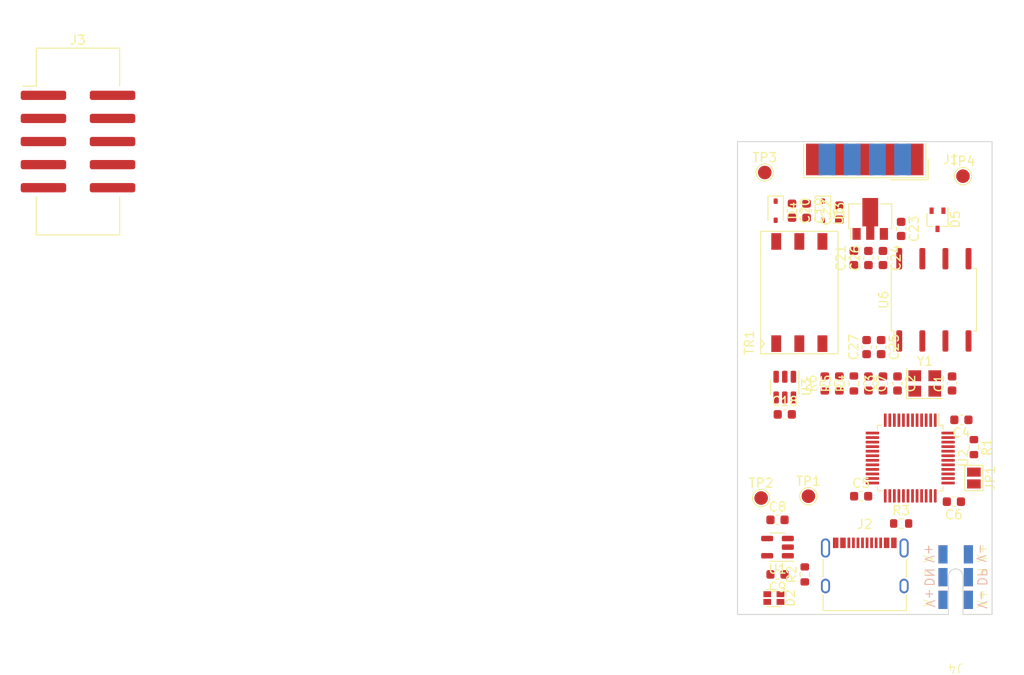
<source format=kicad_pcb>
(kicad_pcb (version 20221018) (generator pcbnew)
  (layers (0 "F.Cu" signal) (31 "B.Cu" signal) (34 "B.Paste" user) (35 "F.Paste" user) (36 "B.SilkS" user "B.Silkscreen") (37 "F.SilkS" user "F.Silkscreen") (38 "B.Mask" user) (39 "F.Mask" user) (44 "Edge.Cuts" user))
  (net 0 "")
  (net 1 "Earth")
  (net 2 "Net-(U2-PF0)")
  (net 3 "Net-(U2-PF1)")
  (net 4 "/nRST")
  (net 5 "VD3V3")
  (net 6 "VBUS")
  (net 7 "+12V")
  (net 8 "GNDA")
  (net 9 "+5VD")
  (net 10 "Net-(D2-RK)")
  (net 11 "Net-(D2-GK)")
  (net 12 "Net-(D2-BK)")
  (net 13 "Net-(D3-A)")
  (net 14 "Net-(D4-A)")
  (net 15 "/CANL")
  (net 16 "/CANH")
  (net 22 "Net-(J2-CC1)")
  (net 23 "/USB_DP")
  (net 24 "/USB_DM")
  (net 26 "Net-(J2-CC2)")
  (net 30 "/SWCLK")
  (net 31 "/SWDIO")
  (net 33 "/BOOT0")
  (net 34 "/LED_TX")
  (net 35 "/LED_RX")
  (net 36 "Net-(U3-D1)")
  (net 37 "Net-(U3-D2)")
  (net 66 "/CAN_RX")
  (net 67 "/CAN_TX")
  (footprint "Package_TO_SOT_SMD:SOT-89-3" (layer "F.Cu") (at 130.6 65.2 90)
    (fp_text reference "U5" (at 0 -3.5 90) (layer "F.SilkS"))
    (fp_text value "AP2204RA-5.0")
    (fp_line (start -2.5 -2.13) (end -1.36 -2.13) (stroke (width 0.12)) (layer "F.SilkS"))
    (fp_line (start -1.36 -2.36) (end -1.36 -2.13) (stroke (width 0.12)) (layer "F.SilkS"))
    (fp_line (start -1.36 -2.36) (end 1.36 -2.36) (stroke (width 0.12)) (layer "F.SilkS"))
    (fp_line (start -1.36 2.36) (end -1.36 2.13) (stroke (width 0.12)) (layer "F.SilkS"))
    (fp_line (start 1.36 -2.36) (end 1.36 -1.05) (stroke (width 0.12)) (layer "F.SilkS"))
    (fp_line (start 1.36 1.05) (end 1.36 2.36) (stroke (width 0.12)) (layer "F.SilkS"))
    (fp_line (start 1.36 2.36) (end -1.36 2.36) (stroke (width 0.12)) (layer "F.SilkS"))
    (pad "1" smd rect (at -1.95 -1.5 90) (size 1.3 0.9) (layers "F.Cu" "F.Paste" "F.Mask") (net 8 "GNDA"))
    (pad "2" smd custom (at -1.8625 0 90) (size 1.475 0.9) (layers "F.Cu" "F.Paste" "F.Mask") (net 7 "+12V") (options (clearance outline) (anchor rect)) (primitives (gr_poly (pts (xy 3.8625 0.8665) (xy 0.7375 0.8665) (xy 0.7375 -0.8665) (xy 3.8625 -0.8665)) (width 0) (fill yes))))
    (pad "3" smd rect (at -1.95 1.5 90) (size 1.3 0.9) (layers "F.Cu" "F.Paste" "F.Mask") (net 9 "+5VD"))
  )
  (footprint "Crystal:Crystal_SMD_3225-4Pin_3.2x2.5mm" (layer "F.Cu") (at 136.6 83.6)
    (fp_text reference "Y1" (at 0 -2.45) (layer "F.SilkS"))
    (fp_text value "16MHz")
    (fp_line (start -2 -1.65) (end -2 1.65) (stroke (width 0.12)) (layer "F.SilkS"))
    (fp_line (start -2 1.65) (end 2 1.65) (stroke (width 0.12)) (layer "F.SilkS"))
    (pad "1" smd rect (at -1.1 0.85) (size 1.4 1.2) (layers "F.Cu" "F.Paste" "F.Mask") (net 3 "Net-(U2-PF1)"))
    (pad "2" smd rect (at 1.1 0.85) (size 1.4 1.2) (layers "F.Cu" "F.Paste" "F.Mask") (net 1 "Earth"))
    (pad "3" smd rect (at 1.1 -0.85) (size 1.4 1.2) (layers "F.Cu" "F.Paste" "F.Mask") (net 2 "Net-(U2-PF0)"))
    (pad "4" smd rect (at -1.1 -0.85) (size 1.4 1.2) (layers "F.Cu" "F.Paste" "F.Mask") (net 1 "Earth"))
  )
  (footprint "Diode_SMD:D_SOD-323" (layer "F.Cu") (at 125.4 64.6 -90)
    (fp_text reference "D3" (at 0 -1.85 90) (layer "F.SilkS"))
    (fp_text value "NSR1020MW2T1G")
    (fp_line (start -1.61 -0.85) (end -1.61 0.85) (stroke (width 0.12)) (layer "F.SilkS"))
    (fp_line (start -1.61 -0.85) (end 1.05 -0.85) (stroke (width 0.12)) (layer "F.SilkS"))
    (fp_line (start -1.61 0.85) (end 1.05 0.85) (stroke (width 0.12)) (layer "F.SilkS"))
    (pad "1" smd roundrect (at -1.05 0 270) (size 0.6 0.45) (layers "F.Cu" "F.Paste" "F.Mask") (net 7 "+12V"))
    (pad "2" smd roundrect (at 1.05 0 270) (size 0.6 0.45) (layers "F.Cu" "F.Paste" "F.Mask") (net 13 "Net-(D3-A)"))
  )
  (footprint "LED_SMD:LED_LiteOn_LTST-C19HE1WT" (layer "F.Cu") (at 120 107.2 -90)
    (fp_text reference "D2" (at 0 -1.8 90) (layer "F.SilkS"))
    (fp_text value "LED_RGBA")
    (fp_line (start -0.95 -0.35) (end -0.95 0.8) (stroke (width 0.12)) (layer "F.SilkS"))
    (fp_line (start 0.95 -0.8) (end 0.95 0.8) (stroke (width 0.12)) (layer "F.SilkS"))
    (pad "1" smd rect (at -0.425 -0.725 270) (size 0.65 0.85) (layers "F.Cu" "F.Paste" "F.Mask") (net 10 "Net-(D2-RK)"))
    (pad "2" smd rect (at 0.425 -0.725 270) (size 0.65 0.85) (layers "F.Cu" "F.Paste" "F.Mask") (net 11 "Net-(D2-GK)"))
    (pad "3" smd rect (at 0.425 0.725 270) (size 0.65 0.85) (layers "F.Cu" "F.Paste" "F.Mask") (net 12 "Net-(D2-BK)"))
    (pad "4" smd rect (at -0.425 0.725 270) (size 0.65 0.85) (layers "F.Cu" "F.Paste" "F.Mask") (net 5 "VD3V3"))
  )
  (footprint "Capacitor_SMD:C_0603_1608Metric" (layer "F.Cu") (at 129.6 96)
    (fp_text reference "C5" (at 0 -1.43) (layer "F.SilkS"))
    (fp_text value "100n")
    (fp_line (start -0.14058 -0.51) (end 0.14058 -0.51) (stroke (width 0.12)) (layer "F.SilkS"))
    (fp_line (start -0.14058 0.51) (end 0.14058 0.51) (stroke (width 0.12)) (layer "F.SilkS"))
    (pad "1" smd roundrect (at -0.775 0) (size 0.9 0.95) (layers "F.Cu" "F.Paste" "F.Mask") (net 1 "Earth"))
    (pad "2" smd roundrect (at 0.775 0) (size 0.9 0.95) (layers "F.Cu" "F.Paste" "F.Mask") (net 5 "VD3V3"))
  )
  (footprint "Package_TO_SOT_SMD:SOT-23-6" (layer "F.Cu") (at 121.2 84 -90)
    (fp_text reference "U3" (at 0 -2.4 90) (layer "F.SilkS"))
    (fp_text value "SN6505BDBV")
    (fp_line (start 0 -1.56) (end -1.8 -1.56) (stroke (width 0.12)) (layer "F.SilkS"))
    (fp_line (start 0 -1.56) (end 0.8 -1.56) (stroke (width 0.12)) (layer "F.SilkS"))
    (fp_line (start 0 1.56) (end -0.8 1.56) (stroke (width 0.12)) (layer "F.SilkS"))
    (fp_line (start 0 1.56) (end 0.8 1.56) (stroke (width 0.12)) (layer "F.SilkS"))
    (pad "1" smd roundrect (at -1.1375 -0.95 270) (size 1.325 0.6) (layers "F.Cu" "F.Paste" "F.Mask") (net 36 "Net-(U3-D1)"))
    (pad "2" smd roundrect (at -1.1375 0 270) (size 1.325 0.6) (layers "F.Cu" "F.Paste" "F.Mask") (net 6 "VBUS"))
    (pad "3" smd roundrect (at -1.1375 0.95 270) (size 1.325 0.6) (layers "F.Cu" "F.Paste" "F.Mask") (net 37 "Net-(U3-D2)"))
    (pad "4" smd roundrect (at 1.1375 0.95 270) (size 1.325 0.6) (layers "F.Cu" "F.Paste" "F.Mask") (net 1 "Earth"))
    (pad "5" smd roundrect (at 1.1375 0 270) (size 1.325 0.6) (layers "F.Cu" "F.Paste" "F.Mask") (net 6 "VBUS"))
    (pad "6" smd roundrect (at 1.1375 -0.95 270) (size 1.325 0.6) (layers "F.Cu" "F.Paste" "F.Mask") (net 1 "Earth"))
  )
  (footprint "Package_QFP:LQFP-48_7x7mm_P0.5mm" (layer "F.Cu") (at 135 91.8 -90)
    (fp_text reference "U2" (at 0 -5.85 90) (layer "F.SilkS"))
    (fp_text value "STM32F072CBT6")
    (fp_line (start -3.61 -3.61) (end -3.61 -3.16) (stroke (width 0.12)) (layer "F.SilkS"))
    (fp_line (start -3.61 -3.16) (end -4.9 -3.16) (stroke (width 0.12)) (layer "F.SilkS"))
    (fp_line (start -3.61 3.61) (end -3.61 3.16) (stroke (width 0.12)) (layer "F.SilkS"))
    (fp_line (start -3.16 -3.61) (end -3.61 -3.61) (stroke (width 0.12)) (layer "F.SilkS"))
    (fp_line (start -3.16 3.61) (end -3.61 3.61) (stroke (width 0.12)) (layer "F.SilkS"))
    (fp_line (start 3.16 -3.61) (end 3.61 -3.61) (stroke (width 0.12)) (layer "F.SilkS"))
    (fp_line (start 3.16 3.61) (end 3.61 3.61) (stroke (width 0.12)) (layer "F.SilkS"))
    (fp_line (start 3.61 -3.61) (end 3.61 -3.16) (stroke (width 0.12)) (layer "F.SilkS"))
    (fp_line (start 3.61 3.61) (end 3.61 3.16) (stroke (width 0.12)) (layer "F.SilkS"))
    (pad "1" smd roundrect (at -4.1625 -2.75 270) (size 1.475 0.3) (layers "F.Cu" "F.Paste" "F.Mask") (net 5 "VD3V3"))
    (pad "2" smd roundrect (at -4.1625 -2.25 270) (size 1.475 0.3) (layers "F.Cu" "F.Paste" "F.Mask"))
    (pad "3" smd roundrect (at -4.1625 -1.75 270) (size 1.475 0.3) (layers "F.Cu" "F.Paste" "F.Mask"))
    (pad "4" smd roundrect (at -4.1625 -1.25 270) (size 1.475 0.3) (layers "F.Cu" "F.Paste" "F.Mask"))
    (pad "5" smd roundrect (at -4.1625 -0.75 270) (size 1.475 0.3) (layers "F.Cu" "F.Paste" "F.Mask") (net 2 "Net-(U2-PF0)"))
    (pad "6" smd roundrect (at -4.1625 -0.25 270) (size 1.475 0.3) (layers "F.Cu" "F.Paste" "F.Mask") (net 3 "Net-(U2-PF1)"))
    (pad "7" smd roundrect (at -4.1625 0.25 270) (size 1.475 0.3) (layers "F.Cu" "F.Paste" "F.Mask") (net 4 "/nRST"))
    (pad "8" smd roundrect (at -4.1625 0.75 270) (size 1.475 0.3) (layers "F.Cu" "F.Paste" "F.Mask") (net 1 "Earth"))
    (pad "9" smd roundrect (at -4.1625 1.25 270) (size 1.475 0.3) (layers "F.Cu" "F.Paste" "F.Mask") (net 5 "VD3V3"))
    (pad "10" smd roundrect (at -4.1625 1.75 270) (size 1.475 0.3) (layers "F.Cu" "F.Paste" "F.Mask") (net 34 "/LED_TX"))
    (pad "11" smd roundrect (at -4.1625 2.25 270) (size 1.475 0.3) (layers "F.Cu" "F.Paste" "F.Mask") (net 35 "/LED_RX"))
    (pad "12" smd roundrect (at -4.1625 2.75 270) (size 1.475 0.3) (layers "F.Cu" "F.Paste" "F.Mask"))
    (pad "13" smd roundrect (at -2.75 4.1625 270) (size 0.3 1.475) (layers "F.Cu" "F.Paste" "F.Mask"))
    (pad "14" smd roundrect (at -2.25 4.1625 270) (size 0.3 1.475) (layers "F.Cu" "F.Paste" "F.Mask"))
    (pad "15" smd roundrect (at -1.75 4.1625 270) (size 0.3 1.475) (layers "F.Cu" "F.Paste" "F.Mask"))
    (pad "16" smd roundrect (at -1.25 4.1625 270) (size 0.3 1.475) (layers "F.Cu" "F.Paste" "F.Mask"))
    (pad "17" smd roundrect (at -0.75 4.1625 270) (size 0.3 1.475) (layers "F.Cu" "F.Paste" "F.Mask"))
    (pad "18" smd roundrect (at -0.25 4.1625 270) (size 0.3 1.475) (layers "F.Cu" "F.Paste" "F.Mask"))
    (pad "19" smd roundrect (at 0.25 4.1625 270) (size 0.3 1.475) (layers "F.Cu" "F.Paste" "F.Mask"))
    (pad "20" smd roundrect (at 0.75 4.1625 270) (size 0.3 1.475) (layers "F.Cu" "F.Paste" "F.Mask"))
    (pad "21" smd roundrect (at 1.25 4.1625 270) (size 0.3 1.475) (layers "F.Cu" "F.Paste" "F.Mask"))
    (pad "22" smd roundrect (at 1.75 4.1625 270) (size 0.3 1.475) (layers "F.Cu" "F.Paste" "F.Mask"))
    (pad "23" smd roundrect (at 2.25 4.1625 270) (size 0.3 1.475) (layers "F.Cu" "F.Paste" "F.Mask") (net 1 "Earth"))
    (pad "24" smd roundrect (at 2.75 4.1625 270) (size 0.3 1.475) (layers "F.Cu" "F.Paste" "F.Mask") (net 5 "VD3V3"))
    (pad "25" smd roundrect (at 4.1625 2.75 270) (size 1.475 0.3) (layers "F.Cu" "F.Paste" "F.Mask"))
    (pad "26" smd roundrect (at 4.1625 2.25 270) (size 1.475 0.3) (layers "F.Cu" "F.Paste" "F.Mask"))
    (pad "27" smd roundrect (at 4.1625 1.75 270) (size 1.475 0.3) (layers "F.Cu" "F.Paste" "F.Mask"))
    (pad "28" smd roundrect (at 4.1625 1.25 270) (size 1.475 0.3) (layers "F.Cu" "F.Paste" "F.Mask"))
    (pad "29" smd roundrect (at 4.1625 0.75 270) (size 1.475 0.3) (layers "F.Cu" "F.Paste" "F.Mask"))
    (pad "30" smd roundrect (at 4.1625 0.25 270) (size 1.475 0.3) (layers "F.Cu" "F.Paste" "F.Mask"))
    (pad "31" smd roundrect (at 4.1625 -0.25 270) (size 1.475 0.3) (layers "F.Cu" "F.Paste" "F.Mask"))
    (pad "32" smd roundrect (at 4.1625 -0.75 270) (size 1.475 0.3) (layers "F.Cu" "F.Paste" "F.Mask") (net 24 "/USB_DM"))
    (pad "33" smd roundrect (at 4.1625 -1.25 270) (size 1.475 0.3) (layers "F.Cu" "F.Paste" "F.Mask") (net 23 "/USB_DP"))
    (pad "34" smd roundrect (at 4.1625 -1.75 270) (size 1.475 0.3) (layers "F.Cu" "F.Paste" "F.Mask") (net 31 "/SWDIO"))
    (pad "35" smd roundrect (at 4.1625 -2.25 270) (size 1.475 0.3) (layers "F.Cu" "F.Paste" "F.Mask") (net 1 "Earth"))
    (pad "36" smd roundrect (at 4.1625 -2.75 270) (size 1.475 0.3) (layers "F.Cu" "F.Paste" "F.Mask") (net 5 "VD3V3"))
    (pad "37" smd roundrect (at 2.75 -4.1625 270) (size 0.3 1.475) (layers "F.Cu" "F.Paste" "F.Mask") (net 30 "/SWCLK"))
    (pad "38" smd roundrect (at 2.25 -4.1625 270) (size 0.3 1.475) (layers "F.Cu" "F.Paste" "F.Mask"))
    (pad "39" smd roundrect (at 1.75 -4.1625 270) (size 0.3 1.475) (layers "F.Cu" "F.Paste" "F.Mask"))
    (pad "40" smd roundrect (at 1.25 -4.1625 270) (size 0.3 1.475) (layers "F.Cu" "F.Paste" "F.Mask"))
    (pad "41" smd roundrect (at 0.75 -4.1625 270) (size 0.3 1.475) (layers "F.Cu" "F.Paste" "F.Mask"))
    (pad "42" smd roundrect (at 0.25 -4.1625 270) (size 0.3 1.475) (layers "F.Cu" "F.Paste" "F.Mask"))
    (pad "43" smd roundrect (at -0.25 -4.1625 270) (size 0.3 1.475) (layers "F.Cu" "F.Paste" "F.Mask"))
    (pad "44" smd roundrect (at -0.75 -4.1625 270) (size 0.3 1.475) (layers "F.Cu" "F.Paste" "F.Mask") (net 33 "/BOOT0"))
    (pad "45" smd roundrect (at -1.25 -4.1625 270) (size 0.3 1.475) (layers "F.Cu" "F.Paste" "F.Mask") (net 66 "/CAN_RX"))
    (pad "46" smd roundrect (at -1.75 -4.1625 270) (size 0.3 1.475) (layers "F.Cu" "F.Paste" "F.Mask") (net 67 "/CAN_TX"))
    (pad "47" smd roundrect (at -2.25 -4.1625 270) (size 0.3 1.475) (layers "F.Cu" "F.Paste" "F.Mask") (net 1 "Earth"))
    (pad "48" smd roundrect (at -2.75 -4.1625 270) (size 0.3 1.475) (layers "F.Cu" "F.Paste" "F.Mask") (net 5 "VD3V3"))
  )
  (footprint "Capacitor_SMD:C_0603_1608Metric" (layer "F.Cu") (at 134 66.6 -90)
    (fp_text reference "C23" (at 0 -1.43 90) (layer "F.SilkS"))
    (fp_text value "1u")
    (fp_line (start -0.14058 -0.51) (end 0.14058 -0.51) (stroke (width 0.12)) (layer "F.SilkS"))
    (fp_line (start -0.14058 0.51) (end 0.14058 0.51) (stroke (width 0.12)) (layer "F.SilkS"))
    (pad "1" smd roundrect (at -0.775 0 270) (size 0.9 0.95) (layers "F.Cu" "F.Paste" "F.Mask") (net 8 "GNDA"))
    (pad "2" smd roundrect (at 0.775 0 270) (size 0.9 0.95) (layers "F.Cu" "F.Paste" "F.Mask") (net 9 "+5VD"))
  )
  (footprint "Capacitor_SMD:C_0603_1608Metric" (layer "F.Cu") (at 128.8 69.8 90)
    (fp_text reference "C21" (at 0 -1.43 90) (layer "F.SilkS"))
    (fp_text value "1u")
    (fp_line (start -0.14058 -0.51) (end 0.14058 -0.51) (stroke (width 0.12)) (layer "F.SilkS"))
    (fp_line (start -0.14058 0.51) (end 0.14058 0.51) (stroke (width 0.12)) (layer "F.SilkS"))
    (pad "1" smd roundrect (at -0.775 0 90) (size 0.9 0.95) (layers "F.Cu" "F.Paste" "F.Mask") (net 8 "GNDA"))
    (pad "2" smd roundrect (at 0.775 0 90) (size 0.9 0.95) (layers "F.Cu" "F.Paste" "F.Mask") (net 9 "+5VD"))
  )
  (footprint "Capacitor_SMD:C_0603_1608Metric" (layer "F.Cu") (at 130.4 83.6 -90)
    (fp_text reference "C7" (at 0 -1.43 90) (layer "F.SilkS"))
    (fp_text value "100n")
    (fp_line (start -0.14058 -0.51) (end 0.14058 -0.51) (stroke (width 0.12)) (layer "F.SilkS"))
    (fp_line (start -0.14058 0.51) (end 0.14058 0.51) (stroke (width 0.12)) (layer "F.SilkS"))
    (pad "1" smd roundrect (at -0.775 0 270) (size 0.9 0.95) (layers "F.Cu" "F.Paste" "F.Mask") (net 1 "Earth"))
    (pad "2" smd roundrect (at 0.775 0 270) (size 0.9 0.95) (layers "F.Cu" "F.Paste" "F.Mask") (net 5 "VD3V3"))
  )
  (footprint "Capacitor_SMD:C_0603_1608Metric" (layer "F.Cu") (at 132 83.6 90)
    (fp_text reference "C3" (at 0 -1.43 90) (layer "F.SilkS"))
    (fp_text value "100n")
    (fp_line (start -0.14058 -0.51) (end 0.14058 -0.51) (stroke (width 0.12)) (layer "F.SilkS"))
    (fp_line (start -0.14058 0.51) (end 0.14058 0.51) (stroke (width 0.12)) (layer "F.SilkS"))
    (pad "1" smd roundrect (at -0.775 0 90) (size 0.9 0.95) (layers "F.Cu" "F.Paste" "F.Mask") (net 4 "/nRST"))
    (pad "2" smd roundrect (at 0.775 0 90) (size 0.9 0.95) (layers "F.Cu" "F.Paste" "F.Mask") (net 1 "Earth"))
  )
  (footprint "Capacitor_SMD:C_0603_1608Metric" (layer "F.Cu") (at 131.8 79.6 -90)
    (fp_text reference "C25" (at 0 -1.43 90) (layer "F.SilkS"))
    (fp_text value "100n")
    (fp_line (start -0.14058 -0.51) (end 0.14058 -0.51) (stroke (width 0.12)) (layer "F.SilkS"))
    (fp_line (start -0.14058 0.51) (end 0.14058 0.51) (stroke (width 0.12)) (layer "F.SilkS"))
    (pad "1" smd roundrect (at -0.775 0 270) (size 0.9 0.95) (layers "F.Cu" "F.Paste" "F.Mask") (net 5 "VD3V3"))
    (pad "2" smd roundrect (at 0.775 0 270) (size 0.9 0.95) (layers "F.Cu" "F.Paste" "F.Mask") (net 1 "Earth"))
  )
  (footprint "Capacitor_SMD:C_0603_1608Metric" (layer "F.Cu") (at 130.4 69.8 90)
    (fp_text reference "C26" (at 0 -1.43 90) (layer "F.SilkS"))
    (fp_text value "1u")
    (fp_line (start -0.14058 -0.51) (end 0.14058 -0.51) (stroke (width 0.12)) (layer "F.SilkS"))
    (fp_line (start -0.14058 0.51) (end 0.14058 0.51) (stroke (width 0.12)) (layer "F.SilkS"))
    (pad "1" smd roundrect (at -0.775 0 90) (size 0.9 0.95) (layers "F.Cu" "F.Paste" "F.Mask") (net 8 "GNDA"))
    (pad "2" smd roundrect (at 0.775 0 90) (size 0.9 0.95) (layers "F.Cu" "F.Paste" "F.Mask") (net 9 "+5VD"))
  )
  (footprint "Capacitor_SMD:C_0603_1608Metric" (layer "F.Cu") (at 127.2 64.8 90)
    (fp_text reference "C22" (at 0 -1.43 90) (layer "F.SilkS"))
    (fp_text value "1u")
    (fp_line (start -0.14058 -0.51) (end 0.14058 -0.51) (stroke (width 0.12)) (layer "F.SilkS"))
    (fp_line (start -0.14058 0.51) (end 0.14058 0.51) (stroke (width 0.12)) (layer "F.SilkS"))
    (pad "1" smd roundrect (at -0.775 0 90) (size 0.9 0.95) (layers "F.Cu" "F.Paste" "F.Mask") (net 8 "GNDA"))
    (pad "2" smd roundrect (at 0.775 0 90) (size 0.9 0.95) (layers "F.Cu" "F.Paste" "F.Mask") (net 7 "+12V"))
  )
  (footprint "0_terry:USB_snowflake" (layer "F.Cu") (at 140 108.9 180)
    (fp_text reference "J4" (at 0 -6 180 unlocked) (layer "F.SilkS") (effects (font (thickness 0.1))))
    (fp_text value "Conn_01x04_Socket")
    (fp_text user "DN" (at 3.5 2.9 270 unlocked) (layer "B.SilkS") (effects (font (thickness 0.1)) (justify left bottom mirror)))
    (fp_text user "V-" (at -2.2 5.55 270 unlocked) (layer "B.SilkS") (effects (font (thickness 0.1)) (justify left bottom mirror)))
    (fp_text user "DP" (at -2.3 2.95 270 unlocked) (layer "B.SilkS") (effects (font (thickness 0.1)) (justify left bottom mirror)))
    (fp_text user "V+" (at 3.5 5.5 270 unlocked) (layer "B.SilkS") (effects (font (thickness 0.1)) (justify left bottom mirror)))
    (fp_text user "V-" (at -2.3 0.45 270 unlocked) (layer "B.SilkS") (effects (font (thickness 0.1)) (justify left bottom mirror)))
    (fp_text user "V+" (at 3.4 0.6 270 unlocked) (layer "B.SilkS") (effects (font (thickness 0.1)) (justify left bottom mirror)))
    (fp_text user "V+" (at -3.5 0.55 90 unlocked) (layer "F.SilkS") (effects (font (thickness 0.1)) (justify left bottom)))
    (fp_text user "V-" (at 2.4 5.5 90 unlocked) (layer "F.SilkS") (effects (font (thickness 0.1)) (justify left bottom)))
    (fp_text user "V-" (at 2.4 0.65 90 unlocked) (layer "F.SilkS") (effects (font (thickness 0.1)) (justify left bottom)))
    (fp_text user "DN" (at -3.55 2.95 90 unlocked) (layer "F.SilkS") (effects (font (thickness 0.1)) (justify left bottom)))
    (fp_text user "V+" (at -3.5 5.55 90 unlocked) (layer "F.SilkS") (effects (font (thickness 0.1)) (justify left bottom)))
    (fp_text user "DP" (at 2.25 2.9 90 unlocked) (layer "F.SilkS") (effects (font (thickness 0.1)) (justify left bottom)))
    (pad "1" smd rect (at -1.4 1.5 180) (size 1 2) (layers "F.Cu" "F.Mask") (net 6 "VBUS"))
    (pad "1" smd rect (at -1.4 6.5 180) (size 1 2) (layers "F.Cu" "F.Mask") (net 6 "VBUS"))
    (pad "1" smd rect (at 1.4 1.5 180) (size 1 2) (layers "B.Cu" "B.Mask") (net 6 "VBUS"))
    (pad "1" smd rect (at 1.4 6.5 180) (size 1 2) (layers "B.Cu" "B.Mask") (net 6 "VBUS"))
    (pad "2" smd rect (at -1.4 4 180) (size 1 2) (layers "F.Cu" "F.Mask") (net 24 "/USB_DM"))
    (pad "2" smd rect (at 1.4 4 180) (size 1 2) (layers "B.Cu" "B.Mask") (net 24 "/USB_DM"))
    (pad "3" smd rect (at -1.4 4 180) (size 1 2) (layers "B.Cu" "B.Mask") (net 23 "/USB_DP"))
    (pad "3" smd rect (at 1.4 4 180) (size 1 2) (layers "F.Cu" "F.Mask") (net 23 "/USB_DP"))
    (pad "4" smd rect (at -1.4 1.5 180) (size 1 2) (layers "B.Cu" "B.Mask") (net 1 "Earth"))
    (pad "4" smd rect (at -1.4 6.5 180) (size 1 2) (layers "B.Cu" "B.Mask") (net 1 "Earth"))
    (pad "4" smd rect (at 1.4 1.5 180) (size 1 2) (layers "F.Cu" "F.Mask") (net 1 "Earth"))
    (pad "4" smd rect (at 1.4 6.5 180) (size 1 2) (layers "F.Cu" "F.Mask") (net 1 "Earth"))
  )
  (footprint "Resistor_SMD:R_0603_1608Metric" (layer "F.Cu") (at 128.8 83.6 90)
    (fp_text reference "R4" (at 0 -1.43 90) (layer "F.SilkS"))
    (fp_text value "121")
    (fp_line (start -0.237258 -0.5225) (end 0.237258 -0.5225) (stroke (width 0.12)) (layer "F.SilkS"))
    (fp_line (start -0.237258 0.5225) (end 0.237258 0.5225) (stroke (width 0.12)) (layer "F.SilkS"))
    (pad "1" smd roundrect (at -0.825 0 90) (size 0.8 0.95) (layers "F.Cu" "F.Paste" "F.Mask") (net 34 "/LED_TX"))
    (pad "2" smd roundrect (at 0.825 0 90) (size 0.8 0.95) (layers "F.Cu" "F.Paste" "F.Mask") (net 10 "Net-(D2-RK)"))
  )
  (footprint "Capacitor_SMD:C_0603_1608Metric" (layer "F.Cu") (at 139.6 83.6 90)
    (fp_text reference "C1" (at 0 -1.43 90) (layer "F.SilkS"))
    (fp_text value "8p")
    (fp_line (start -0.14058 -0.51) (end 0.14058 -0.51) (stroke (width 0.12)) (layer "F.SilkS"))
    (fp_line (start -0.14058 0.51) (end 0.14058 0.51) (stroke (width 0.12)) (layer "F.SilkS"))
    (pad "1" smd roundrect (at -0.775 0 90) (size 0.9 0.95) (layers "F.Cu" "F.Paste" "F.Mask") (net 1 "Earth"))
    (pad "2" smd roundrect (at 0.775 0 90) (size 0.9 0.95) (layers "F.Cu" "F.Paste" "F.Mask") (net 2 "Net-(U2-PF0)"))
  )
  (footprint "Transformer_SMD:Transformer_Wuerth_750315371" (layer "F.Cu") (at 122.8 73.6 90)
    (fp_text reference "TR1" (at -5.5 -5.5 90) (layer "F.SilkS"))
    (fp_text value "Wuerth_750316819")
    (fp_line (start -6.735 -4.25) (end 6.735 -4.25) (stroke (width 0.12)) (layer "F.SilkS"))
    (fp_line (start -6.735 4.25) (end -6.735 -4.25) (stroke (width 0.12)) (layer "F.SilkS"))
    (fp_line (start -6.12 -4.25) (end -5.62 -3.85) (stroke (width 0.12)) (layer "F.SilkS"))
    (fp_line (start -5.62 -3.85) (end -5.12 -4.25) (stroke (width 0.12)) (layer "F.SilkS"))
    (fp_line (start 6.735 -4.25) (end 6.735 4.25) (stroke (width 0.12)) (layer "F.SilkS"))
    (fp_line (start 6.735 4.25) (end -6.735 4.25) (stroke (width 0.12)) (layer "F.SilkS"))
    (pad "1" smd rect (at -5.62 -2.54 90) (size 1.83 1.09) (layers "F.Cu" "F.Paste" "F.Mask") (net 37 "Net-(U3-D2)"))
    (pad "2" smd roundrect (at -5.62 0 90) (size 1.83 1.09) (layers "F.Cu" "F.Paste" "F.Mask") (roundrect_rratio 0.05) (net 6 "VBUS"))
    (pad "3" smd roundrect (at -5.62 2.54 90) (size 1.83 1.09) (layers "F.Cu" "F.Paste" "F.Mask") (roundrect_rratio 0.05) (net 36 "Net-(U3-D1)"))
    (pad "4" smd roundrect (at 5.62 2.54 90) (size 1.83 1.09) (layers "F.Cu" "F.Paste" "F.Mask") (roundrect_rratio 0.05) (net 13 "Net-(D3-A)"))
    (pad "5" smd roundrect (at 5.62 0 90) (size 1.83 1.09) (layers "F.Cu" "F.Paste" "F.Mask") (roundrect_rratio 0.05) (net 8 "GNDA"))
    (pad "6" smd roundrect (at 5.62 -2.54 90) (size 1.83 1.09) (layers "F.Cu" "F.Paste" "F.Mask") (roundrect_rratio 0.05) (net 14 "Net-(D4-A)"))
  )
  (footprint "Resistor_SMD:R_0603_1608Metric" (layer "F.Cu") (at 125.6 83.6 90)
    (fp_text reference "R6" (at 0 -1.43 90) (layer "F.SilkS"))
    (fp_text value "121")
    (fp_line (start -0.237258 -0.5225) (end 0.237258 -0.5225) (stroke (width 0.12)) (layer "F.SilkS"))
    (fp_line (start -0.237258 0.5225) (end 0.237258 0.5225) (stroke (width 0.12)) (layer "F.SilkS"))
    (pad "1" smd roundrect (at -0.825 0 90) (size 0.8 0.95) (layers "F.Cu" "F.Paste" "F.Mask") (net 1 "Earth"))
    (pad "2" smd roundrect (at 0.825 0 90) (size 0.8 0.95) (layers "F.Cu" "F.Paste" "F.Mask") (net 12 "Net-(D2-BK)"))
  )
  (footprint "Connector_Dsub:DSUB-9_Male_EdgeMount_P2.77mm" (layer "F.Cu") (at 130 58.9625 180)
    (fp_text reference "J1" (at -9.463333 0) (layer "F.SilkS"))
    (fp_text value "DE9_Receptacle")
    (fp_line (start -6.963333 -2.24) (end -2.77 -2.24) (stroke (width 0.12)) (layer "F.SilkS"))
    (fp_line (start -6.963333 0) (end -6.963333 -2.24) (stroke (width 0.12)) (layer "F.SilkS"))
    (fp_line (start -6.723333 -2) (end -6.723333 1.74) (stroke (width 0.12)) (layer "F.SilkS"))
    (fp_line (start 6.723333 -2) (end -6.723333 -2) (stroke (width 0.12)) (layer "F.SilkS"))
    (fp_line (start 6.723333 1.74) (end 6.723333 -2) (stroke (width 0.12)) (layer "F.SilkS"))
    (pad "1" smd rect (at -5.54 0 180) (size 1.846667 3.48) (layers "F.Cu" "F.Paste" "F.Mask"))
    (pad "2" smd rect (at -2.77 0 180) (size 1.846667 3.48) (layers "F.Cu" "F.Paste" "F.Mask") (net 15 "/CANL"))
    (pad "3" smd rect (at 0 0 180) (size 1.846667 3.48) (layers "F.Cu" "F.Paste" "F.Mask") (net 8 "GNDA"))
    (pad "4" smd rect (at 2.77 0 180) (size 1.846667 3.48) (layers "F.Cu" "F.Paste" "F.Mask"))
    (pad "5" smd rect (at 5.54 0 180) (size 1.846667 3.48) (layers "F.Cu" "F.Paste" "F.Mask"))
    (pad "6" smd rect (at -4.155 0 180) (size 1.846667 3.48) (layers "B.Cu" "B.Paste" "B.Mask"))
    (pad "7" smd rect (at -1.385 0 180) (size 1.846667 3.48) (layers "B.Cu" "B.Paste" "B.Mask") (net 16 "/CANH"))
    (pad "8" smd rect (at 1.385 0 180) (size 1.846667 3.48) (layers "B.Cu" "B.Paste" "B.Mask"))
    (pad "9" smd rect (at 4.155 0 180) (size 1.846667 3.48) (layers "B.Cu" "B.Paste" "B.Mask") (net 7 "+12V"))
  )
  (footprint "Capacitor_SMD:C_0603_1608Metric" (layer "F.Cu") (at 133.6 83.6 -90)
    (fp_text reference "C2" (at 0 -1.43 90) (layer "F.SilkS"))
    (fp_text value "8p")
    (fp_line (start -0.14058 -0.51) (end 0.14058 -0.51) (stroke (width 0.12)) (layer "F.SilkS"))
    (fp_line (start -0.14058 0.51) (end 0.14058 0.51) (stroke (width 0.12)) (layer "F.SilkS"))
    (pad "1" smd roundrect (at -0.775 0 270) (size 0.9 0.95) (layers "F.Cu" "F.Paste" "F.Mask") (net 1 "Earth"))
    (pad "2" smd roundrect (at 0.775 0 270) (size 0.9 0.95) (layers "F.Cu" "F.Paste" "F.Mask") (net 3 "Net-(U2-PF1)"))
  )
  (footprint "TestPoint:TestPoint_Pad_D1.5mm" (layer "F.Cu") (at 118.6 96.2)
    (fp_text reference "TP2" (at 0 -1.648) (layer "F.SilkS"))
    (fp_text value "TestPoint")
    (fp_circle (center 0 0) (end 0 0.95) (stroke (width 0.12)) (fill none) (layer "F.SilkS"))
    (pad "1" smd circle (at 0 0) (size 1.5 1.5) (layers "F.Cu" "F.Mask") (net 5 "VD3V3"))
  )
  (footprint "Capacitor_SMD:C_0603_1608Metric" (layer "F.Cu") (at 123.6 64.6 -90)
    (fp_text reference "C19" (at 0 -1.43 90) (layer "F.SilkS"))
    (fp_text value "10u")
    (fp_line (start -0.14058 -0.51) (end 0.14058 -0.51) (stroke (width 0.12)) (layer "F.SilkS"))
    (fp_line (start -0.14058 0.51) (end 0.14058 0.51) (stroke (width 0.12)) (layer "F.SilkS"))
    (pad "1" smd roundrect (at -0.775 0 270) (size 0.9 0.95) (layers "F.Cu" "F.Paste" "F.Mask") (net 7 "+12V"))
    (pad "2" smd roundrect (at 0.775 0 270) (size 0.9 0.95) (layers "F.Cu" "F.Paste" "F.Mask") (net 8 "GNDA"))
  )
  (footprint "Capacitor_SMD:C_0603_1608Metric" (layer "F.Cu") (at 120.4 98.6)
    (fp_text reference "C8" (at 0 -1.43) (layer "F.SilkS"))
    (fp_text value "1u")
    (fp_line (start -0.14058 -0.51) (end 0.14058 -0.51) (stroke (width 0.12)) (layer "F.SilkS"))
    (fp_line (start -0.14058 0.51) (end 0.14058 0.51) (stroke (width 0.12)) (layer "F.SilkS"))
    (pad "1" smd roundrect (at -0.775 0) (size 0.9 0.95) (layers "F.Cu" "F.Paste" "F.Mask") (net 1 "Earth"))
    (pad "2" smd roundrect (at 0.775 0) (size 0.9 0.95) (layers "F.Cu" "F.Paste" "F.Mask") (net 6 "VBUS"))
  )
  (footprint "Resistor_SMD:R_0603_1608Metric" (layer "F.Cu") (at 127.2 83.6 90)
    (fp_text reference "R5" (at 0 -1.43 90) (layer "F.SilkS"))
    (fp_text value "121")
    (fp_line (start -0.237258 -0.5225) (end 0.237258 -0.5225) (stroke (width 0.12)) (layer "F.SilkS"))
    (fp_line (start -0.237258 0.5225) (end 0.237258 0.5225) (stroke (width 0.12)) (layer "F.SilkS"))
    (pad "1" smd roundrect (at -0.825 0 90) (size 0.8 0.95) (layers "F.Cu" "F.Paste" "F.Mask") (net 35 "/LED_RX"))
    (pad "2" smd roundrect (at 0.825 0 90) (size 0.8 0.95) (layers "F.Cu" "F.Paste" "F.Mask") (net 11 "Net-(D2-GK)"))
  )
  (footprint "TestPoint:TestPoint_Pad_D1.5mm" (layer "F.Cu") (at 119 60.4)
    (fp_text reference "TP3" (at 0 -1.648) (layer "F.SilkS"))
    (fp_text value "TestPoint")
    (fp_circle (center 0 0) (end 0 0.95) (stroke (width 0.12)) (fill none) (layer "F.SilkS"))
    (pad "1" smd circle (at 0 0) (size 1.5 1.5) (layers "F.Cu" "F.Mask") (net 7 "+12V"))
  )
  (footprint "Resistor_SMD:R_0603_1608Metric" (layer "F.Cu") (at 123.4 104.6 90)
    (fp_text reference "R2" (at 0 -1.43 90) (layer "F.SilkS"))
    (fp_text value "5.1k")
    (fp_line (start -0.237258 -0.5225) (end 0.237258 -0.5225) (stroke (width 0.12)) (layer "F.SilkS"))
    (fp_line (start -0.237258 0.5225) (end 0.237258 0.5225) (stroke (width 0.12)) (layer "F.SilkS"))
    (pad "1" smd roundrect (at -0.825 0 90) (size 0.8 0.95) (layers "F.Cu" "F.Paste" "F.Mask") (net 22 "Net-(J2-CC1)"))
    (pad "2" smd roundrect (at 0.825 0 90) (size 0.8 0.95) (layers "F.Cu" "F.Paste" "F.Mask") (net 1 "Earth"))
  )
  (footprint "TestPoint:TestPoint_Pad_D1.5mm" (layer "F.Cu") (at 140.8 60.8)
    (fp_text reference "TP4" (at 0 -1.648) (layer "F.SilkS"))
    (fp_text value "TestPoint")
    (fp_circle (center 0 0) (end 0 0.95) (stroke (width 0.12)) (fill none) (layer "F.SilkS"))
    (pad "1" smd circle (at 0 0) (size 1.5 1.5) (layers "F.Cu" "F.Mask") (net 9 "+5VD"))
  )
  (footprint "Capacitor_SMD:C_0603_1608Metric" (layer "F.Cu") (at 121.2 87)
    (fp_text reference "C18" (at 0 -1.43) (layer "F.SilkS"))
    (fp_text value "10u")
    (fp_line (start -0.14058 -0.51) (end 0.14058 -0.51) (stroke (width 0.12)) (layer "F.SilkS"))
    (fp_line (start -0.14058 0.51) (end 0.14058 0.51) (stroke (width 0.12)) (layer "F.SilkS"))
    (pad "1" smd roundrect (at -0.775 0) (size 0.9 0.95) (layers "F.Cu" "F.Paste" "F.Mask") (net 6 "VBUS"))
    (pad "2" smd roundrect (at 0.775 0) (size 0.9 0.95) (layers "F.Cu" "F.Paste" "F.Mask") (net 1 "Earth"))
  )
  (footprint "Diode_SMD:D_SOD-323" (layer "F.Cu") (at 120.2 64.6 -90)
    (fp_text reference "D4" (at 0 -1.85 90) (layer "F.SilkS"))
    (fp_text value "NSR1020MW2T1G")
    (fp_line (start -1.61 -0.85) (end -1.61 0.85) (stroke (width 0.12)) (layer "F.SilkS"))
    (fp_line (start -1.61 -0.85) (end 1.05 -0.85) (stroke (width 0.12)) (layer "F.SilkS"))
    (fp_line (start -1.61 0.85) (end 1.05 0.85) (stroke (width 0.12)) (layer "F.SilkS"))
    (pad "1" smd roundrect (at -1.05 0 270) (size 0.6 0.45) (layers "F.Cu" "F.Paste" "F.Mask") (net 7 "+12V"))
    (pad "2" smd roundrect (at 1.05 0 270) (size 0.6 0.45) (layers "F.Cu" "F.Paste" "F.Mask") (net 14 "Net-(D4-A)"))
  )
  (footprint "Resistor_SMD:R_0603_1608Metric" (layer "F.Cu") (at 134 99)
    (fp_text reference "R3" (at 0 -1.43) (layer "F.SilkS"))
    (fp_text value "5.1k")
    (fp_line (start -0.237258 -0.5225) (end 0.237258 -0.5225) (stroke (width 0.12)) (layer "F.SilkS"))
    (fp_line (start -0.237258 0.5225) (end 0.237258 0.5225) (stroke (width 0.12)) (layer "F.SilkS"))
    (pad "1" smd roundrect (at -0.825 0) (size 0.8 0.95) (layers "F.Cu" "F.Paste" "F.Mask") (net 26 "Net-(J2-CC2)"))
    (pad "2" smd roundrect (at 0.825 0) (size 0.8 0.95) (layers "F.Cu" "F.Paste" "F.Mask") (net 1 "Earth"))
  )
  (footprint "Resistor_SMD:R_0603_1608Metric" (layer "F.Cu") (at 142 90.6 -90)
    (fp_text reference "R1" (at 0 -1.43 90) (layer "F.SilkS"))
    (fp_text value "10k")
    (fp_line (start -0.237258 -0.5225) (end 0.237258 -0.5225) (stroke (width 0.12)) (layer "F.SilkS"))
    (fp_line (start -0.237258 0.5225) (end 0.237258 0.5225) (stroke (width 0.12)) (layer "F.SilkS"))
    (pad "1" smd roundrect (at -0.825 0 270) (size 0.8 0.95) (layers "F.Cu" "F.Paste" "F.Mask") (net 1 "Earth"))
    (pad "2" smd roundrect (at 0.825 0 270) (size 0.8 0.95) (layers "F.Cu" "F.Paste" "F.Mask") (net 33 "/BOOT0"))
  )
  (footprint "Capacitor_SMD:C_0603_1608Metric" (layer "F.Cu") (at 120.4 104.6 180)
    (fp_text reference "C9" (at 0 -1.43) (layer "F.SilkS"))
    (fp_text value "1u")
    (fp_line (start -0.14058 -0.51) (end 0.14058 -0.51) (stroke (width 0.12)) (layer "F.SilkS"))
    (fp_line (start -0.14058 0.51) (end 0.14058 0.51) (stroke (width 0.12)) (layer "F.SilkS"))
    (pad "1" smd roundrect (at -0.775 0 180) (size 0.9 0.95) (layers "F.Cu" "F.Paste" "F.Mask") (net 1 "Earth"))
    (pad "2" smd roundrect (at 0.775 0 180) (size 0.9 0.95) (layers "F.Cu" "F.Paste" "F.Mask") (net 5 "VD3V3"))
  )
  (footprint "Capacitor_SMD:C_0603_1608Metric" (layer "F.Cu") (at 132 69.8 -90)
    (fp_text reference "C24" (at 0 -1.43 90) (layer "F.SilkS"))
    (fp_text value "100n")
    (fp_line (start -0.14058 -0.51) (end 0.14058 -0.51) (stroke (width 0.12)) (layer "F.SilkS"))
    (fp_line (start -0.14058 0.51) (end 0.14058 0.51) (stroke (width 0.12)) (layer "F.SilkS"))
    (pad "1" smd roundrect (at -0.775 0 270) (size 0.9 0.95) (layers "F.Cu" "F.Paste" "F.Mask") (net 9 "+5VD"))
    (pad "2" smd roundrect (at 0.775 0 270) (size 0.9 0.95) (layers "F.Cu" "F.Paste" "F.Mask") (net 8 "GNDA"))
  )
  (footprint "Connector_USB:USB_C_Receptacle_XKB_U262-16XN-4BVC11" (layer "F.Cu") (at 130 104.8)
    (fp_text reference "J2" (at 0 -5.715) (layer "F.SilkS"))
    (fp_text value "USB_C_Receptacle_USB2.0")
    (fp_line (start -4.58 -1.85) (end -4.58 0.07) (stroke (width 0.12)) (layer "F.SilkS"))
    (fp_line (start -4.58 3.785) (end -4.58 2.08) (stroke (width 0.12)) (layer "F.SilkS"))
    (fp_line (start 4.58 0.07) (end 4.58 -1.85) (stroke (width 0.12)) (layer "F.SilkS"))
    (fp_line (start 4.58 2.08) (end 4.58 3.785) (stroke (width 0.12)) (layer "F.SilkS"))
    (fp_line (start 4.58 3.785) (end -4.58 3.785) (stroke (width 0.12)) (layer "F.SilkS"))
    (pad "" np_thru_hole circle (at -2.89 -2.605) (size 0.65 0.65) (drill 0.65) (layers "*.Cu" "*.Mask"))
    (pad "" np_thru_hole circle (at 2.89 -2.605) (size 0.65 0.65) (drill 0.65) (layers "*.Cu" "*.Mask"))
    (pad "A1" smd rect (at -3.35 -3.67) (size 0.3 1.15) (layers "F.Cu" "F.Paste" "F.Mask") (net 1 "Earth"))
    (pad "A4" smd rect (at -2.55 -3.67) (size 0.3 1.15) (layers "F.Cu" "F.Paste" "F.Mask") (net 6 "VBUS"))
    (pad "A5" smd rect (at -1.25 -3.67) (size 0.3 1.15) (layers "F.Cu" "F.Paste" "F.Mask") (net 22 "Net-(J2-CC1)"))
    (pad "A6" smd rect (at -0.25 -3.67) (size 0.3 1.15) (layers "F.Cu" "F.Paste" "F.Mask") (net 23 "/USB_DP"))
    (pad "A7" smd rect (at 0.25 -3.67) (size 0.3 1.15) (layers "F.Cu" "F.Paste" "F.Mask") (net 24 "/USB_DM"))
    (pad "A8" smd rect (at 1.25 -3.67) (size 0.3 1.15) (layers "F.Cu" "F.Paste" "F.Mask"))
    (pad "A9" smd rect (at 2.55 -3.67) (size 0.3 1.15) (layers "F.Cu" "F.Paste" "F.Mask") (net 6 "VBUS"))
    (pad "A12" smd rect (at 3.35 -3.67) (size 0.3 1.15) (layers "F.Cu" "F.Paste" "F.Mask") (net 1 "Earth"))
    (pad "B1" smd rect (at 3.05 -3.67) (size 0.3 1.15) (layers "F.Cu" "F.Paste" "F.Mask") (net 1 "Earth"))
    (pad "B4" smd rect (at 2.25 -3.67) (size 0.3 1.15) (layers "F.Cu" "F.Paste" "F.Mask") (net 6 "VBUS"))
    (pad "B5" smd rect (at 1.75 -3.67) (size 0.3 1.15) (layers "F.Cu" "F.Paste" "F.Mask") (net 26 "Net-(J2-CC2)"))
    (pad "B6" smd rect (at 0.75 -3.67) (size 0.3 1.15) (layers "F.Cu" "F.Paste" "F.Mask") (net 23 "/USB_DP"))
    (pad "B7" smd rect (at -0.75 -3.67) (size 0.3 1.15) (layers "F.Cu" "F.Paste" "F.Mask") (net 24 "/USB_DM"))
    (pad "B8" smd rect (at -1.75 -3.67) (size 0.3 1.15) (layers "F.Cu" "F.Paste" "F.Mask"))
    (pad "B9" smd rect (at -2.25 -3.67) (size 0.3 1.15) (layers "F.Cu" "F.Paste" "F.Mask") (net 6 "VBUS"))
    (pad "B12" smd rect (at -3.05 -3.67) (size 0.3 1.15) (layers "F.Cu" "F.Paste" "F.Mask") (net 1 "Earth"))
    (pad "S1" thru_hole oval (at -4.32 -3.105) (size 1 2.1) (drill oval 0.6 1.7) (layers "*.Cu" "*.Mask") (net 1 "Earth"))
    (pad "S1" thru_hole oval (at -4.32 1.075) (size 1 1.6) (drill oval 0.6 1.2) (layers "*.Cu" "*.Mask") (net 1 "Earth"))
    (pad "S1" thru_hole oval (at 4.32 -3.105) (size 1 2.1) (drill oval 0.6 1.7) (layers "*.Cu" "*.Mask") (net 1 "Earth"))
    (pad "S1" thru_hole oval (at 4.32 1.075) (size 1 1.6) (drill oval 0.6 1.2) (layers "*.Cu" "*.Mask") (net 1 "Earth"))
  )
  (footprint "Package_SO:SOP-8_6.62x9.15mm_P2.54mm" (layer "F.Cu") (at 137.6 74.4 90)
    (fp_text reference "U6" (at 0 -5.52 90) (layer "F.SilkS"))
    (fp_text value "ISO1050DUB")
    (fp_line (start -3.42 -4.685) (end -3.42 -4.395) (stroke (width 0.12)) (layer "F.SilkS"))
    (fp_line (start -3.42 -4.395) (end -5.7 -4.395) (stroke (width 0.12)) (layer "F.SilkS"))
    (fp_line (start -3.42 4.685) (end -3.42 4.395) (stroke (width 0.12)) (layer "F.SilkS"))
    (fp_line (start 0 -4.685) (end -3.42 -4.685) (stroke (width 0.12)) (layer "F.SilkS"))
    (fp_line (start 0 -4.685) (end 3.42 -4.685) (stroke (width 0.12)) (layer "F.SilkS"))
    (fp_line (start 0 4.685) (end -3.42 4.685) (stroke (width 0.12)) (layer "F.SilkS"))
    (fp_line (start 0 4.685) (end 3.42 4.685) (stroke (width 0.12)) (layer "F.SilkS"))
    (fp_line (start 3.42 -4.685) (end 3.42 -4.395) (stroke (width 0.12)) (layer "F.SilkS"))
    (fp_line (start 3.42 4.685) (end 3.42 4.395) (stroke (width 0.12)) (layer "F.SilkS"))
    (pad "1" smd roundrect (at -4.525 -3.81 90) (size 2.35 0.65) (layers "F.Cu" "F.Paste" "F.Mask") (net 5 "VD3V3"))
    (pad "2" smd roundrect (at -4.525 -1.27 90) (size 2.35 0.65) (layers "F.Cu" "F.Paste" "F.Mask") (net 66 "/CAN_RX"))
    (pad "3" smd roundrect (at -4.525 1.27 90) (size 2.35 0.65) (layers "F.Cu" "F.Paste" "F.Mask") (net 67 "/CAN_TX"))
    (pad "4" smd roundrect (at -4.525 3.81 90) (size 2.35 0.65) (layers "F.Cu" "F.Paste" "F.Mask") (net 1 "Earth"))
    (pad "5" smd roundrect (at 4.525 3.81 90) (size 2.35 0.65) (layers "F.Cu" "F.Paste" "F.Mask") (net 8 "GNDA"))
    (pad "6" smd roundrect (at 4.525 1.27 90) (size 2.35 0.65) (layers "F.Cu" "F.Paste" "F.Mask") (net 15 "/CANL"))
    (pad "7" smd roundrect (at 4.525 -1.27 90) (size 2.35 0.65) (layers "F.Cu" "F.Paste" "F.Mask") (net 16 "/CANH"))
    (pad "8" smd roundrect (at 4.525 -3.81 90) (size 2.35 0.65) (layers "F.Cu" "F.Paste" "F.Mask") (net 9 "+5VD"))
  )
  (footprint "Capacitor_SMD:C_0603_1608Metric" (layer "F.Cu") (at 140.625 87.6 180)
    (fp_text reference "C4" (at 0 -1.43) (layer "F.SilkS"))
    (fp_text value "100n")
    (fp_line (start -0.14058 -0.51) (end 0.14058 -0.51) (stroke (width 0.12)) (layer "F.SilkS"))
    (fp_line (start -0.14058 0.51) (end 0.14058 0.51) (stroke (width 0.12)) (layer "F.SilkS"))
    (pad "1" smd roundrect (at -0.775 0 180) (size 0.9 0.95) (layers "F.Cu" "F.Paste" "F.Mask") (net 1 "Earth"))
    (pad "2" smd roundrect (at 0.775 0 180) (size 0.9 0.95) (layers "F.Cu" "F.Paste" "F.Mask") (net 5 "VD3V3"))
  )
  (footprint "TestPoint:TestPoint_Pad_D1.5mm" (layer "F.Cu") (at 123.8 96)
    (fp_text reference "TP1" (at 0 -1.648) (layer "F.SilkS"))
    (fp_text value "TestPoint")
    (fp_circle (center 0 0) (end 0 0.95) (stroke (width 0.12)) (fill none) (layer "F.SilkS"))
    (pad "1" smd circle (at 0 0) (size 1.5 1.5) (layers "F.Cu" "F.Mask") (net 6 "VBUS"))
  )
  (footprint "Connector_IDC:IDC-Header_2x05_P2.54mm_Vertical_SMD" (layer "F.Cu") (at 43.465 56.99)
    (fp_text reference "J3" (at 0 -11.16) (layer "F.SilkS"))
    (fp_text value "Conn_02x05_Odd_Even")
    (fp_line (start -4.585 -10.27) (end 4.585 -10.27) (stroke (width 0.12)) (layer "F.SilkS"))
    (fp_line (start -4.585 -6.09) (end -6.085 -6.09) (stroke (width 0.12)) (layer "F.SilkS"))
    (fp_line (start -4.585 -6.09) (end -4.585 -10.27) (stroke (width 0.12)) (layer "F.SilkS"))
    (fp_line (start -4.585 6.09) (end -4.585 10.27) (stroke (width 0.12)) (layer "F.SilkS"))
    (fp_line (start -4.585 10.27) (end 4.585 10.27) (stroke (width 0.12)) (layer "F.SilkS"))
    (fp_line (start 4.585 -10.27) (end 4.585 -6.09) (stroke (width 0.12)) (layer "F.SilkS"))
    (fp_line (start 4.585 10.27) (end 4.585 6.09) (stroke (width 0.12)) (layer "F.SilkS"))
    (pad "1" smd roundrect (at -3.8 -5.08) (size 5 1.02) (layers "F.Cu" "F.Paste" "F.Mask") (net 4 "/nRST"))
    (pad "2" smd roundrect (at 3.8 -5.08) (size 5 1.02) (layers "F.Cu" "F.Paste" "F.Mask") (net 30 "/SWCLK"))
    (pad "3" smd roundrect (at -3.8 -2.54) (size 5 1.02) (layers "F.Cu" "F.Paste" "F.Mask"))
    (pad "4" smd roundrect (at 3.8 -2.54) (size 5 1.02) (layers "F.Cu" "F.Paste" "F.Mask") (net 31 "/SWDIO"))
    (pad "5" smd roundrect (at -3.8 0) (size 5 1.02) (layers "F.Cu" "F.Paste" "F.Mask") (net 1 "Earth"))
    (pad "6" smd roundrect (at 3.8 0) (size 5 1.02) (layers "F.Cu" "F.Paste" "F.Mask") (net 1 "Earth"))
    (pad "7" smd roundrect (at -3.8 2.54) (size 5 1.02) (layers "F.Cu" "F.Paste" "F.Mask") (net 5 "VD3V3"))
    (pad "8" smd roundrect (at 3.8 2.54) (size 5 1.02) (layers "F.Cu" "F.Paste" "F.Mask") (net 5 "VD3V3"))
    (pad "9" smd roundrect (at -3.8 5.08) (size 5 1.02) (layers "F.Cu" "F.Paste" "F.Mask"))
    (pad "10" smd roundrect (at 3.8 5.08) (size 5 1.02) (layers "F.Cu" "F.Paste" "F.Mask"))
  )
  (footprint "Capacitor_SMD:C_0603_1608Metric" (layer "F.Cu") (at 122 64.6 -90)
    (fp_text reference "C20" (at 0 -1.43 90) (layer "F.SilkS"))
    (fp_text value "100n")
    (fp_line (start -0.14058 -0.51) (end 0.14058 -0.51) (stroke (width 0.12)) (layer "F.SilkS"))
    (fp_line (start -0.14058 0.51) (end 0.14058 0.51) (stroke (width 0.12)) (layer "F.SilkS"))
    (pad "1" smd roundrect (at -0.775 0 270) (size 0.9 0.95) (layers "F.Cu" "F.Paste" "F.Mask") (net 7 "+12V"))
    (pad "2" smd roundrect (at 0.775 0 270) (size 0.9 0.95) (layers "F.Cu" "F.Paste" "F.Mask") (net 8 "GNDA"))
  )
  (footprint "Package_TO_SOT_SMD:SOT-23-5" (layer "F.Cu") (at 120.4 101.6 180)
    (fp_text reference "U1" (at 0 -2.4) (layer "F.SilkS"))
    (fp_text value "AP2127K-3.3")
    (fp_line (start 0 -1.56) (end -1.8 -1.56) (stroke (width 0.12)) (layer "F.SilkS"))
    (fp_line (start 0 -1.56) (end 0.8 -1.56) (stroke (width 0.12)) (layer "F.SilkS"))
    (fp_line (start 0 1.56) (end -0.8 1.56) (stroke (width 0.12)) (layer "F.SilkS"))
    (fp_line (start 0 1.56) (end 0.8 1.56) (stroke (width 0.12)) (layer "F.SilkS"))
    (pad "1" smd roundrect (at -1.1375 -0.95 180) (size 1.325 0.6) (layers "F.Cu" "F.Paste" "F.Mask") (net 6 "VBUS"))
    (pad "2" smd roundrect (at -1.1375 0 180) (size 1.325 0.6) (layers "F.Cu" "F.Paste" "F.Mask") (net 1 "Earth"))
    (pad "3" smd roundrect (at -1.1375 0.95 180) (size 1.325 0.6) (layers "F.Cu" "F.Paste" "F.Mask") (net 6 "VBUS"))
    (pad "4" smd roundrect (at 1.1375 0.95 180) (size 1.325 0.6) (layers "F.Cu" "F.Paste" "F.Mask"))
    (pad "5" smd roundrect (at 1.1375 -0.95 180) (size 1.325 0.6) (layers "F.Cu" "F.Paste" "F.Mask") (net 5 "VD3V3"))
  )
  (footprint "Capacitor_SMD:C_0603_1608Metric" (layer "F.Cu") (at 139.8 96.6 180)
    (fp_text reference "C6" (at 0 -1.43) (layer "F.SilkS"))
    (fp_text value "100n")
    (fp_line (start -0.14058 -0.51) (end 0.14058 -0.51) (stroke (width 0.12)) (layer "F.SilkS"))
    (fp_line (start -0.14058 0.51) (end 0.14058 0.51) (stroke (width 0.12)) (layer "F.SilkS"))
    (pad "1" smd roundrect (at -0.775 0 180) (size 0.9 0.95) (layers "F.Cu" "F.Paste" "F.Mask") (net 1 "Earth"))
    (pad "2" smd roundrect (at 0.775 0 180) (size 0.9 0.95) (layers "F.Cu" "F.Paste" "F.Mask") (net 5 "VD3V3"))
  )
  (footprint "Package_TO_SOT_SMD:SOT-323_SC-70" (layer "F.Cu") (at 138 65.6 -90)
    (fp_text reference "D5" (at -0.05 -1.95 90) (layer "F.SilkS"))
    (fp_text value "PESD1CAN-U")
    (fp_line (start -0.68 1.16) (end 0.73 1.16) (stroke (width 0.12)) (layer "F.SilkS"))
    (fp_line (start 0.73 -1.16) (end -1.3 -1.16) (stroke (width 0.12)) (layer "F.SilkS"))
    (fp_line (start 0.73 -1.16) (end 0.73 -0.5) (stroke (width 0.12)) (layer "F.SilkS"))
    (fp_line (start 0.73 0.5) (end 0.73 1.16) (stroke (width 0.12)) (layer "F.SilkS"))
    (pad "1" smd rect (at -1 -0.65 180) (size 0.45 0.7) (layers "F.Cu" "F.Paste" "F.Mask") (net 15 "/CANL"))
    (pad "2" smd rect (at -1 0.65 180) (size 0.45 0.7) (layers "F.Cu" "F.Paste" "F.Mask") (net 16 "/CANH"))
    (pad "3" smd rect (at 1 0 180) (size 0.45 0.7) (layers "F.Cu" "F.Paste" "F.Mask") (net 8 "GNDA"))
  )
  (footprint "Capacitor_SMD:C_0603_1608Metric" (layer "F.Cu") (at 130.2 79.6 90)
    (fp_text reference "C27" (at 0 -1.43 90) (layer "F.SilkS"))
    (fp_text value "1u")
    (fp_line (start -0.14058 -0.51) (end 0.14058 -0.51) (stroke (width 0.12)) (layer "F.SilkS"))
    (fp_line (start -0.14058 0.51) (end 0.14058 0.51) (stroke (width 0.12)) (layer "F.SilkS"))
    (pad "1" smd roundrect (at -0.775 0 90) (size 0.9 0.95) (layers "F.Cu" "F.Paste" "F.Mask") (net 1 "Earth"))
    (pad "2" smd roundrect (at 0.775 0 90) (size 0.9 0.95) (layers "F.Cu" "F.Paste" "F.Mask") (net 5 "VD3V3"))
  )
  (footprint "Jumper:SolderJumper-2_P1.3mm_Open_Pad1.0x1.5mm" (layer "F.Cu") (at 142 94 -90)
    (fp_text reference "JP1" (at 0 -1.8 90) (layer "F.SilkS"))
    (fp_text value "Jumper_2_Open")
    (fp_line (start -1.4 -1) (end 1.4 -1) (stroke (width 0.12)) (layer "F.SilkS"))
    (fp_line (start -1.4 1) (end -1.4 -1) (stroke (width 0.12)) (layer "F.SilkS"))
    (fp_line (start 1.4 -1) (end 1.4 1) (stroke (width 0.12)) (layer "F.SilkS"))
    (fp_line (start 1.4 1) (end -1.4 1) (stroke (width 0.12)) (layer "F.SilkS"))
    (pad "1" smd rect (at -0.65 0 270) (size 1 1.5) (layers "F.Cu" "F.Mask") (net 33 "/BOOT0"))
    (pad "2" smd rect (at 0.65 0 270) (size 1 1.5) (layers "F.Cu" "F.Mask") (net 5 "VD3V3"))
  )
  (gr_line (start 116 57) (end 144 57) (stroke (width 0.1)) (layer "Edge.Cuts"))
  (gr_line (start 144 57) (end 144 109) (stroke (width 0.1)) (layer "Edge.Cuts"))
  (gr_line (start 140.8 109) (end 144 109) (stroke (width 0.1)) (layer "Edge.Cuts"))
  (gr_line (start 139.2 109) (end 116 109) (stroke (width 0.1)) (layer "Edge.Cuts"))
  (gr_line (start 140.8 109) (end 140.8 104.8) (stroke (width 0.1)) (layer "Edge.Cuts"))
  (gr_line (start 139.2 109) (end 139.2 104.8) (stroke (width 0.1)) (layer "Edge.Cuts"))
  (gr_arc (start 139.2 104.8) (mid 140 104) (end 140.8 104.8) (stroke (width 0.1)) (layer "Edge.Cuts"))
  (gr_line (start 116 57) (end 116 109) (stroke (width 0.1)) (layer "Edge.Cuts"))
)
</source>
